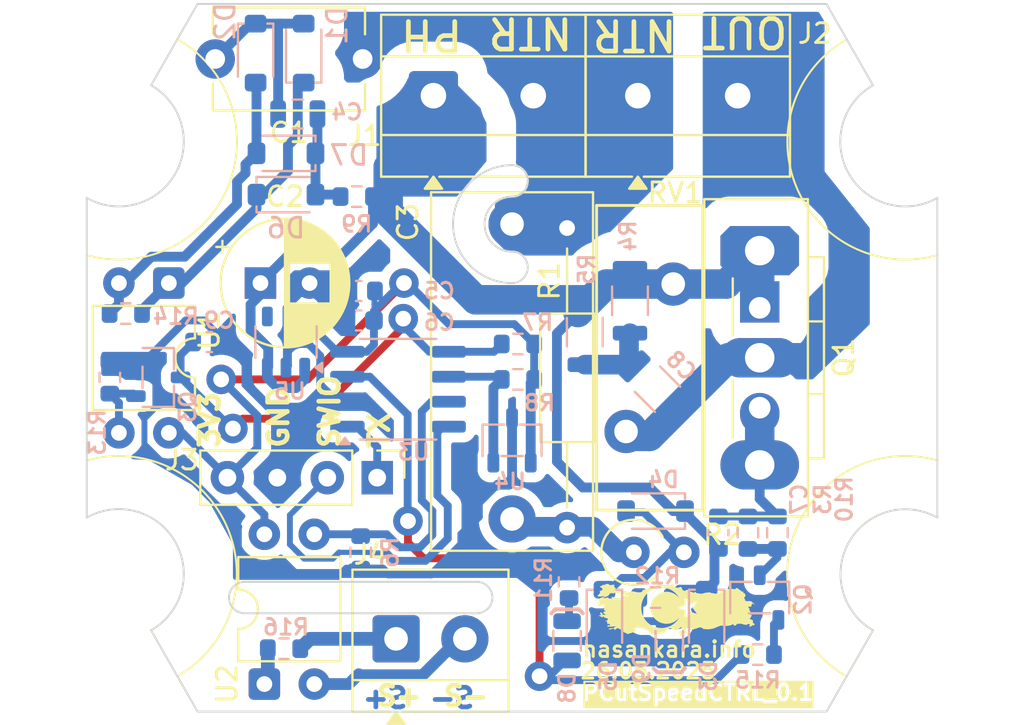
<source format=kicad_pcb>
(kicad_pcb (version 20241229) (generator "pcbnew") (generator_version "9.0")
  (title_block (title "PCutSpeedCTRL") (date "2025-04-01") (rev "V01") (company "hasankara.info"))
  (layers (0 "F.Cu" signal) (2 "B.Cu" signal) (13 "F.Paste" user) (15 "B.Paste" user) (5 "F.SilkS" user "F.Silkscreen") (7 "B.SilkS" user "B.Silkscreen") (1 "F.Mask" user) (3 "B.Mask" user) (25 "Edge.Cuts" user))
  (net 0 "")
  (net 1 "GND")
  (net 2 "Net-(D1-K)")
  (net 3 "Net-(Q1-G)")
  (net 4 "Net-(D2-A)")
  (net 5 "/TX")
  (net 6 "/SWIO")
  (net 7 "+3V3")
  (net 8 "/EXTI_ZC")
  (net 9 "/o_Triac1")
  (net 10 "/IC_ENCODER")
  (net 11 "/IC_PWM")
  (net 12 "/ntr")
  (net 13 "Net-(D6-A)")
  (net 14 "Net-(D1-A)")
  (net 15 "Net-(C3-Pad2)")
  (net 16 "Net-(C8-Pad2)")
  (net 17 "Net-(D4-A)")
  (net 18 "Net-(D8-K)")
  (net 19 "Net-(D9-A)")
  (net 20 "Net-(J4-Pin_1)")
  (net 21 "Net-(J4-Pin_2)")
  (net 22 "Net-(Q2-C)")
  (net 23 "Net-(Q2-B)")
  (net 24 "Net-(Q3-G)")
  (net 25 "Net-(R16-Pad2)")
  (net 27 "/ac1")
  (net 28 "/load")
  (footprint "Library:Flag_TR_FAB" (layer "F.Cu") (at 108.2 112.8)
    (property "Reference" "G***" (hide yes))
    (property "Value" "LOGO" (hide yes))
  )
  (footprint "Library:DIP-4_W7.62mm" (layer "F.Cu") (at 82.54 96.2 -90)
    (property "Reference" "U1")
    (property "Value" "PC817")
  )
  (footprint "Library:TO-220-3_Vertical_HV_TO247_Applied" (layer "F.Cu") (at 112.6 97.46 -90)
    (property "Reference" "Q1")
    (property "Value" "BTB16-800B")
  )
  (footprint "Library:RV_Disc_D15.5mm_W5.4mm_P7.5mm_Spec" (layer "F.Cu") (at 105.8 103.75 90)
    (property "Reference" "RV1")
    (property "Value" "7MM 431")
  )
  (footprint "Library:PinHeader_1x04_P2.54mm_Vertical" (layer "F.Cu") (at 93.14 106.1 -90)
    (property "Reference" "J3")
    (property "Value" "PG")
  )
  (footprint "Library:DIP-4_W7.62mm" (layer "F.Cu") (at 87.4 116.6 90)
    (property "Reference" "U2")
    (property "Value" "PC817")
  )
  (footprint "Library:TerminalBlock_4Ucon_1x02_P3.50mm_Horizontal" (layer "F.Cu") (at 94.1 114.3)
    (property "Reference" "J4")
    (property "Value" "In_PWM")
  )
  (footprint "Library:TerminalBlock_MetzConnect_Type101_RT01602HBWC_1x02_P5.08mm_Horizontal" (layer "F.Cu") (at 96 86.6675)
    (property "Reference" "J1")
    (property "Value" "5.08_220Vac")
  )
  (footprint "Library:R_Axial_DIN0207_L6.3mm_D2.5mm_P15.24mm_Horizontal" (layer "F.Cu") (at 102.8 93.4 -90)
    (property "Reference" "R1")
    (property "Value" "10M")
  )
  (footprint "Library:C_Rect_L18.0mm_W8.0mm_P15.00mm_FKS3_FKP3" (layer "F.Cu") (at 100 93.2 -90)
    (property "Reference" "C3")
    (property "Value" "1uF 400V")
  )
  (footprint "Library:CP_Radial_D6.3mm_H11.0mm_P2.50mm" (layer "F.Cu") (at 87.2 96.2)
    (property "Reference" "C2")
    (property "Value" "470uF 10V")
  )
  (footprint "Library:Flag_TR" (layer "F.Cu") (at 108.2 112.8)
    (property "Reference" "G***" (hide yes))
    (property "Value" "LOGO" (hide yes))
  )
  (footprint "Library:R_Axial_DIN0309_L9.0mm_D3.2mm_P2.54mm_Vertical" (layer "F.Cu") (at 106.2 109.9)
    (property "Reference" "R2")
    (property "Value" "47R")
  )
  (footprint "Library:TerminalBlock_MetzConnect_Type101_RT01602HBWC_1x02_P5.08mm_Horizontal" (layer "F.Cu") (at 106.4 86.6675)
    (property "Reference" "J2")
    (property "Value" "LOAD")
  )
  (footprint "Library:C_Disc_D7.5mm_W5.0mm_P7.50mm" (layer "F.Cu") (at 92.4 84.8 180)
    (property "Reference" "C1")
    (property "Value" "2.2nF 3kV")
  )
  (footprint "Library:D_SOD-123F-s" (layer "B.Cu") (at 88.5 89.6 180)
    (property "Reference" "D7")
    (property "Value" "1N4148")
  )
  (footprint "Library:C_0603_1608Metric" (layer "B.Cu") (at 92.2 98.1)
    (property "Reference" "C6")
    (property "Value" "22uF 6.3V")
  )
  (footprint "Library:C_0603_1608Metric_SlimPad" (layer "B.Cu") (at 84.6 99.2)
    (property "Reference" "C9")
    (property "Value" "100nF")
  )
  (footprint "Library:D_SOD-123F-s" (layer "B.Cu") (at 86.95301 84.5 -90)
    (property "Reference" "D2")
    (property "Value" "1N4148")
  )
  (footprint "Library:C_1206_3216Metric_SlimPad" (layer "B.Cu") (at 107.4 101.6 135)
    (property "Reference" "C8")
    (property "Value" "10nF 1kV")
  )
  (footprint "Library:R_0603_1608Metric" (layer "B.Cu") (at 80.35 97.75 180)
    (property "Reference" "R14")
    (property "Value" "22K")
  )
  (footprint "Library:D_SOD-123F-s" (layer "B.Cu") (at 89.4 84.5 90)
    (property "Reference" "D1")
    (property "Value" "1N4148")
  )
  (footprint "Library:C_0805_2012Metric_SmallPad" (layer "B.Cu") (at 89.1 87.6)
    (property "Reference" "C4")
    (property "Value" "100nF 50V")
  )
  (footprint "Library:R_0603_1608Metric" (layer "B.Cu") (at 100.3 99.3 180)
    (property "Reference" "R7")
    (property "Value" "4.7K")
  )
  (footprint "Library:D_SOD-123F-s" (layer "B.Cu") (at 107.3 107.8 180)
    (property "Reference" "D4")
    (property "Value" "1N4148")
  )
  (footprint "Library:R_0603_1608Metric" (layer "B.Cu") (at 102.9 111.4 -90)
    (property "Reference" "R11")
    (property "Value" "4.7K")
  )
  (footprint "Library:R_0603_1608Metric" (layer "B.Cu") (at 79.5375 101 90)
    (property "Reference" "R13")
    (property "Value" "100K")
  )
  (footprint "Library:D_SOD-123F-s" (layer "B.Cu") (at 104.7 113.3 -90)
    (property "Reference" "D5")
    (property "Value" "1N4148")
  )
  (footprint "Library:D_SOD-123F-s" (layer "B.Cu") (at 109.9 113.3 -90)
    (property "Reference" "D3")
    (property "Value" "6.1V")
  )
  (footprint "Library:R_0603_1608Metric" (layer "B.Cu") (at 107.3 112.2)
    (property "Reference" "R12")
    (property "Value" "4.7K")
  )
  (footprint "Library:R_0603_1608Metric" (layer "B.Cu") (at 92.3 109.9 -90)
    (property "Reference" "R6")
    (property "Value" "2.2K")
  )
  (footprint "Library:LED_0805_2012Metric-s" (layer "B.Cu") (at 108 114.4 90)
    (property "Reference" "D9")
    (property "Value" "White")
  )
  (footprint "Library:R_0603_1608Metric" (layer "B.Cu") (at 88.4 114.8 180)
    (property "Reference" "R16")
    (property "Value" "1K")
  )
  (footprint "Library:R_0603_1608Metric" (layer "B.Cu") (at 112.5 115.1)
    (property "Reference" "R15")
    (property "Value" "1K")
  )
  (footprint "Library:R_1206_3216Metric_SlimPad" (layer "B.Cu") (at 103.7 98.7 90)
    (property "Reference" "R5")
    (property "Value" "330R")
  )
  (footprint "Library:R_1206_3216Metric_SlimPad" (layer "B.Cu") (at 106 97.1 90)
    (property "Reference" "R4")
    (property "Value" "330R")
  )
  (footprint "Library:R_0603_1608Metric" (layer "B.Cu") (at 112 108.9 90)
    (property "Reference" "R3")
    (property "Value" "100R")
  )
  (footprint "Library:TSOT-23-5_SlimPad" (layer "B.Cu") (at 88.5 99.2 90)
    (property "Reference" "U5")
    (property "Value" "LR9102")
  )
  (footprint "Library:SOT-23-3-s" (layer "B.Cu") (at 112.6 112.2 90)
    (property "Reference" "Q2")
    (property "Value" "MMBTA42")
  )
  (footprint "Library:SO-8_3.9x4.9mm_P1.27mm" (layer "B.Cu") (at 94.2 101.6)
    (property "Reference" "U3")
    (property "Value" "CH32V003J4M6")
  )
  (footprint "Library:SOT-23-3-s" (layer "B.Cu") (at 100 104.2 90)
    (property "Reference" "U4")
    (property "Value" "DRV5023FA SMD")
  )
  (footprint "Library:R_0603_1608Metric" (layer "B.Cu") (at 113.5 108.9 90)
    (property "Reference" "R10")
    (property "Value" "100R")
  )
  (footprint "Library:D_SOD-123F-s" (layer "B.Cu") (at 88.5 91.7)
    (property "Reference" "D6")
    (property "Value" "1N4148")
  )
  (footprint "Library:C_0603_1608Metric_SlimPad" (layer "B.Cu") (at 92.2 96.6)
    (property "Reference" "C5")
    (property "Value" "100nF")
  )
  (footprint "Library:R_0603_1608Metric" (layer "B.Cu") (at 100.3 101.1)
    (property "Reference" "R8")
    (property "Value" "4.7K")
  )
  (footprint "Library:R_0603_1608Metric" (layer "B.Cu") (at 92.1 91.8 180)
    (property "Reference" "R9")
    (property "Value" "100R")
  )
  (footprint "Library:LED_0805_2012Metric-s" (layer "B.Cu") (at 102.8 114.4 -90)
    (property "Reference" "D8")
    (property "Value" "Red")
  )
  (footprint "Library:C_0603_1608Metric_SlimPad" (layer "B.Cu") (at 110.5 108.9 -90)
    (property "Reference" "C7")
    (property "Value" "10nF")
  )
  (footprint "Library:SOT-23-3-s" (layer "B.Cu") (at 82 101)
    (property "Reference" "Q3")
    (property "Value" "PJA3440")
  )
  (gr_arc (start 121.561679 94.79641) (mid 114.45981 91.291512) (end 117.028337 83.799948) (stroke (width 0.1)) (layer "F.SilkS"))
  (gr_arc (start 82.978822 83.787827) (mid 85.542819 91.305924) (end 78.402939 94.787013) (stroke (width 0.1)) (layer "F.SilkS"))
  (gr_arc (start 117.021129 116.212159) (mid 114.464813 108.675697) (end 121.635358 105.223701) (stroke (width 0.1)) (layer "F.SilkS"))
  (gr_arc (start 78.422044 105.208946) (mid 85.539781 108.699022) (end 82.975159 116.200056) (stroke (width 0.1)) (layer "F.SilkS"))
  (gr_arc (start 81.637259 86.1348) (mid 82.865201 90.637256) (end 78.362746 91.865203) (stroke (width 0.1)) (layer "Edge.Cuts"))
  (gr_arc (start 100 96.2) (mid 97 93.2) (end 100 90.2) (stroke (width 0.1)) (layer "Edge.Cuts"))
  (gr_line (start 86.4 113) (end 98.2 113) (stroke (width 0.1)) (layer "Edge.Cuts"))
  (gr_arc (start 86.4 113) (mid 85.6 112.2) (end 86.4 111.4) (stroke (width 0.1)) (layer "Edge.Cuts"))
  (gr_line (start 78.362746 91.865203) (end 78.362631 108.13486) (stroke (width 0.1)) (layer "Edge.Cuts"))
  (gr_arc (start 100 90.2) (mid 100.8 91) (end 100 91.8) (stroke (width 0.1)) (layer "Edge.Cuts"))
  (gr_arc (start 118.362492 113.864778) (mid 117.13501 109.362863) (end 121.636765 108.134798) (stroke (width 0.1)) (layer "Edge.Cuts"))
  (gr_arc (start 100 94.6) (mid 100.8 95.4) (end 100 96.2) (stroke (width 0.1)) (layer "Edge.Cuts"))
  (gr_line (start 84 82) (end 116 82) (stroke (width 0.1)) (layer "Edge.Cuts"))
  (gr_arc (start 100 94.6) (mid 98.6 93.2) (end 100 91.8) (stroke (width 0.1)) (layer "Edge.Cuts"))
  (gr_line (start 86.4 111.4) (end 98.2 111.4) (stroke (width 0.1)) (layer "Edge.Cuts"))
  (gr_arc (start 78.362631 108.134861) (mid 82.865161 109.362691) (end 81.637259 113.865202) (stroke (width 0.1)) (layer "Edge.Cuts"))
  (gr_line (start 118.362247 86.134798) (end 116 82) (stroke (width 0.1)) (layer "Edge.Cuts"))
  (gr_line (start 81.637259 113.865202) (end 83.999506 118) (stroke (width 0.1)) (layer "Edge.Cuts"))
  (gr_line (start 83.999506 118) (end 115.999506 118) (stroke (width 0.1)) (layer "Edge.Cuts"))
  (gr_arc (start 98.2 111.4) (mid 99 112.2) (end 98.2 113) (stroke (width 0.1)) (layer "Edge.Cuts"))
  (gr_arc (start 121.636875 91.865139) (mid 117.134345 90.637309) (end 118.362247 86.134798) (stroke (width 0.1)) (layer "Edge.Cuts"))
  (gr_line (start 118.362492 113.864777) (end 115.999506 118) (stroke (width 0.1)) (layer "Edge.Cuts"))
  (gr_line (start 81.637259 86.1348) (end 84 82) (stroke (width 0.1)) (layer "Edge.Cuts"))
  (gr_line (start 121.636875 91.865139) (end 121.636765 108.134798) (stroke (width 0.1)) (layer "Edge.Cuts"))
  (gr_text "S+" (at 94.8 117.9 0) (layer "B.Cu") (effects (font (size 1 1) (thickness 0.24) (bold yes)) (justify left bottom mirror)))
  (gr_text "S-" (at 98.2 117.9 0) (layer "B.Cu") (effects (font (size 1 1) (thickness 0.24) (bold yes)) (justify left bottom mirror)))
  (gr_text "S-" (at 96.4 117.8 0) (layer "F.SilkS") (effects (font (size 1 1) (thickness 0.24) (bold yes)) (justify left bottom)))
  (gr_text "OUT" (at 114.14 82.5475 180) (layer "F.SilkS") (effects (font (size 1.5 1.5) (thickness 0.24) (bold yes)) (justify left bottom)))
  (gr_text "TX" (at 93.83 104.72 90) (layer "F.SilkS") (effects (font (size 1 1) (thickness 0.24) (bold yes)) (justify left bottom)))
  (gr_text "S+" (at 93 117.8 0) (layer "F.SilkS") (effects (font (size 1 1) (thickness 0.24) (bold yes)) (justify left bottom)))
  (gr_text "GND" (at 88.7 104.7 90) (layer "F.SilkS") (effects (font (size 1 1) (thickness 0.24) (bold yes)) (justify left bottom)))
  (gr_text "26.05.2025" (at 103.4 116.4 0) (layer "F.SilkS") (effects (font (size 0.8 0.8) (thickness 0.15) (bold yes)) (justify left bottom)))
  (gr_text "SWIO" (at 91.3 104.7 90) (layer "F.SilkS") (effects (font (size 1 1) (thickness 0.24) (bold yes)) (justify left bottom)))
  (gr_text "NTR" (at 108.5 82.7 180) (layer "F.SilkS") (effects (font (size 1.5 1.5) (thickness 0.24) (bold yes)) (justify left bottom)))
  (gr_text "3V3" (at 85.2 104.7 90) (layer "F.SilkS") (effects (font (size 1 1) (thickness 0.24) (bold yes)) (justify left bottom)))
  (gr_text "PH" (at 97.6 82.7 180) (layer "F.SilkS") (effects (font (size 1.5 1.5) (thickness 0.24) (bold yes)) (justify left bottom)))
  (gr_text "hasankara.info" (at 103.5 115.3 0) (layer "F.SilkS") (effects (font (size 0.8 0.8) (thickness 0.15) (bold yes)) (justify left bottom)))
  (gr_text "PCutSpeedCTRL_0.1" (at 103.5 117.5 0) (layer "F.SilkS" knockout) (effects (font (size 0.8 0.8) (thickness 0.15) (bold yes)) (justify left bottom)))
  (gr_text "NTR" (at 103.2 82.6 180) (layer "F.SilkS") (effects (font (size 1.5 1.5) (thickness 0.24) (bold yes)) (justify left bottom)))
  (segment (start 101.680228 110.4) (end 101.609 110.471228) (width 0.4) (layer "B.Cu") (net 1))
  (segment (start 92.2 110.625) (end 91.8 110.625) (width 0.3) (layer "B.Cu") (net 1))
  (segment (start 99.158168 106.54) (end 98.31 107.388168) (width 0.4) (layer "B.Cu") (net 1))
  (segment (start 97.422 108.980586) (end 97.422 109.486069) (width 0.4) (layer "B.Cu") (net 1))
  (segment (start 89.1 105.06) (end 89.1 104) (width 0.5) (layer "B.Cu") (net 1))
  (segment (start 88.6 100.4) (end 88.5 100.5) (width 0.4) (layer "B.Cu") (net 1))
  (segment (start 95.885239 111.02) (end 97.00124 109.904) (width 0.4) (layer "B.Cu") (net 1))
  (segment (start 109.9 113.831122) (end 109.9 114.8) (width 0.5) (layer "B.Cu") (net 1))
  (segment (start 97.422 109.486069) (end 96.751327 110.156741) (width 0.4) (layer "B.Cu") (net 1))
  (segment (start 108.225 115) (end 109.7 115) (width 0.4) (layer "B.Cu") (net 1))
  (segment (start 98.604 109.904) (end 99.1 110.4) (width 0.4) (layer "B.Cu") (net 1))
  (segment (start 81.45 100.05) (end 80.8625 100.05) (width 0.4) (layer "B.Cu") (net 1))
  (segment (start 90.241001 101.366669) (end 90.241001 99.898357) (width 0.4) (layer "B.Cu") (net 1))
  (segment (start 91.525 110.9) (end 86.88248 110.9) (width 0.3) (layer "B.Cu") (net 1))
  (segment (start 91.625 102.235) (end 91.109332 102.235) (width 0.4) (layer "B.Cu") (net 1))
  (segment (start 99.841 106.459) (end 99.278854 106.459) (width 0.5) (layer "B.Cu") (net 1))
  (segment (start 91.425 96.725) (end 90.8 96.1) (width 0.5) (layer "B.Cu") (net 1))
  (segment (start 81.8535 102.5465) (end 81.8535 101.041) (width 0.3) (layer "B.Cu") (net 1))
  (segment (start 89.875 96.1) (end 89.818812 96.1) (width 0.4) (layer "B.Cu") (net 1))
  (segment (start 109.9 114.117236) (end 109.9 114.8) (width 0.4) (layer "B.Cu") (net 1))
  (segment (start 81.299 104.39204) (end 81.299 103.101) (width 0.3) (layer "B.Cu") (net 1))
  (segment (start 92.3 110.725) (end 93.41976 110.725) (width 0.4) (layer "B.Cu") (net 1))
  (segment (start 99.278854 106.459) (end 99.252186 106.485668) (width 0.5) (layer "B.Cu") (net 1))
  (segment (start 99.306518 106.54) (end 99.158168 106.54) (width 0.4) (layer "B.Cu") (net 1))
  (segment (start 108.817236 115.2) (end 109.9 114.117236) (width 0.4) (layer "B.Cu") (net 1))
  (segment (start 98.31 107.388168) (end 98.31 108.092586) (width 0.4) (layer "B.Cu") (net 1))
  (segment (start 89.818812 96.1) (end 88.6 97.318812) (width 0.4) (layer "B.Cu") (net 1))
  (segment (start 91.625 102.235) (end 90.865 102.235) (width 0.4) (layer "B.Cu") (net 1))
  (segment (start 86.1 110.11752) (end 86.1 108.6) (width 0.3) (layer "B.Cu") (net 1))
  (segment (start 91.425 98.1) (end 91.425 96.725) (width 0.5) (layer "B.Cu") (net 1))
  (segment (start 86.44 101.364193) (end 86.44 100.24) (width 0.4) (layer "B.Cu") (net 1))
  (segment (start 86.88248 110.9) (end 86.1 110.11752) (width 0.3) (layer "B.Cu") (net 1))
  (segment (start 90.241001 99.898357) (end 89.242644 98.9) (width 0.4) (layer "B.Cu") (net 1))
  (segment (start 90.7 96.2) (end 89.7 96.2) (width 0.5) (layer "B.Cu") (net 1))
  (segment (start 101.709 114.409) (end 104.309 114.409) (width 0.4) (layer "B.Cu") (net 1))
  (segment (start 79.5375 100.175) (end 80.9375 100.175) (width 0.4) (layer "B.Cu") (net 1))
  (segment (start 99.1 110.4) (end 101.680228 110.4) (width 0.4) (layer "B.Cu") (net 1))
  (segment (start 88.06 106.1) (end 89.1 105.06) (width 0.5) (layer "B.Cu") (net 1))
  (segment (start 111.65 113.3375) (end 110.393622 113.3375) (width 0.5) (layer "B.Cu") (net 1))
  (segment (start 90.865 102.235) (end 89.1 104) (width 0.4) (layer "B.Cu") (net 1))
  (segment (start 104.309 114.409) (end 104.7 114.8) (width 0.4) (layer "B.Cu") (net 1))
  (segment (start 93.714759 111.019999) (end 95.885239 111.02) (width 0.4) (layer "B.Cu") (net 1))
  (segment (start 89.1 104) (end 89.075807 104) (width 0.4) (layer "B.Cu") (net 1))
  (segment (start 101.609 114.309) (end 101.709 114.409) (width 0.4) (layer "B.Cu") (net 1))
  (segment (start 100 106.3) (end 99.841 106.459) (width 0.5) (layer "B.Cu") (net 1))
  (segment (start 91.8 110.625) (end 91.525 110.9) (width 0.3) (layer "B.Cu") (net 1))
  (segment (start 104.7 114.8) (end 105.1 115.2) (width 0.4) (layer "B.Cu") (net 1))
  (segment (start 109.7 115) (end 109.9 114.8) (width 0.4) (layer "B.Cu") (net 1))
  (segment (start 91.109332 102.235) (end 90.241001 101.366669) (width 0.4) (layer "B.Cu") (net 1))
  (segment (start 90.8 96.1) (end 90.7 96.2) (width 0.5) (layer "B.Cu") (net 1))
  (segment (start 82.20696 105.3) (end 81.299 104.39204) (width 0.3) (layer "B.Cu") (net 1))
  (segment (start 88.6 97.318812) (end 88.6 100.4) (width 0.4) (layer "B.Cu") (net 1))
  (segment (start 97.00124 109.904) (end 98.604 109.904) (width 0.4) (layer "B.Cu") (net 1))
  (segment (start 84.3 98.1) (end 83.4 98.1) (width 0.4) (layer "B.Cu") (net 1))
  (segment (start 81.8535 101.041) (end 80.8625 100.05) (width 0.3) (layer "B.Cu") (net 1))
  (segment (start 83.4 98.1) (end 81.45 100.05) (width 0.4) (layer "B.Cu") (net 1))
  (segment (start 98.31 108.092586) (end 97.422 108.980586) (width 0.4) (layer "B.Cu") (net 1))
  (segment (start 86.1 108.6) (end 82.8 105.3) (width 0.35) (layer "B.Cu") (net 1))
  (segment (start 88.5 100.400001) (end 88.5 100.5) (width 0.4) (layer "B.Cu") (net 1))
  (segment (start 100 103.0625) (end 100 106.3) (width 0.5) (layer "B.Cu") (net 1))
  (segment (start 89.075807 104) (end 86.44 101.364193) (width 0.4) (layer "B.Cu") (net 1))
  (segment (start 82.8 105.3) (end 82.20696 105.3) (width 0.3) (layer "B.Cu") (net 1))
  (segment (start 93.41976 110.725) (end 93.714759 111.019999) (width 0.4) (layer "B.Cu") (net 1))
  (segment (start 105.1 115.2) (end 108.817236 115.2) (width 0.4) (layer "B.Cu") (net 1))
  (segment (start 86.44 100.24) (end 84.3 98.1) (width 0.4) (layer "B.Cu") (net 1))
  (segment (start 81.299 103.101) (end 81.8535 102.5465) (width 0.3) (layer "B.Cu") (net 1))
  (segment (start 89.242644 98.9) (end 88.6 98.9) (width 0.4) (layer "B.Cu") (net 1))
  (segment (start 110.393622 113.3375) (end 109.9 113.831122) (width 0.5) (layer "B.Cu") (net 1))
  (segment (start 101.609 110.471228) (end 101.609 114.309) (width 0.4) (layer "B.Cu") (net 1))
  (segment (start 81.175 97.75) (end 81.175 97.565) (width 0.5) (layer "B.Cu") (net 2))
  (segment (start 82.54 96.2) (end 83.2 96.2) (width 0.5) (layer "B.Cu") (net 2))
  (segment (start 89.4 86) (end 89.1 86.3) (width 0.5) (layer "B.Cu") (net 2))
  (segment (start 89.1 88.7) (end 88.6 89.2) (width 0.5) (layer "B.Cu") (net 2))
  (segment (start 89.1 86.3) (end 89.1 88.7) (width 0.5) (layer "B.Cu") (net 2))
  (segment (start 88.6 89.2) (end 88.6 90.5) (width 0.5) (layer "B.Cu") (net 2))
  (segment (start 81.175 97.565) (end 82.54 96.2) (width 0.5) (layer "B.Cu") (net 2))
  (segment (start 87.4 91.7) (end 87 91.7) (width 0.5) (layer "B.Cu") (net 2))
  (segment (start 87 92.4) (end 87 91.7) (width 0.5) (layer "B.Cu") (net 2))
  (segment (start 83.2 96.2) (end 87 92.4) (width 0.5) (layer "B.Cu") (net 2))
  (segment (start 88.6 90.5) (end 87.4 91.7) (width 0.5) (layer "B.Cu") (net 2))
  (segment (start 112.6 102.54) (end 112.6 105.45) (width 1.5) (layer "B.Cu") (net 3))
  (segment (start 113.5 108.075) (end 112 108.075) (width 0.5) (layer "B.Cu") (net 3))
  (segment (start 112.6 105.45) (end 112.6 107.175) (width 0.5) (layer "B.Cu") (net 3))
  (segment (start 112 108.075) (end 111.999999 108.074999) (width 0.5) (layer "B.Cu") (net 3))
  (segment (start 112.6 107.175) (end 113.5 108.075) (width 0.5) (layer "B.Cu") (net 3))
  (segment (start 112.6 105.45) (end 113.275 106.125) (width 0.4) (layer "B.Cu") (net 3))
  (segment (start 110.5 108.075) (end 111.999999 108.074999) (width 0.4) (layer "B.Cu") (net 3))
  (segment (start 87 89.6) (end 86.440062 90.159938) (width 0.5) (layer "B.Cu") (net 4))
  (segment (start 80 97.275) (end 80 96.2) (width 0.5) (layer "B.Cu") (net 4))
  (segment (start 86.009 91.040062) (end 86.009 92.191) (width 0.5) (layer "B.Cu") (net 4))
  (segment (start 79.525 97.75) (end 80 97.275) (width 0.5) (layer "B.Cu") (net 4))
  (segment (start 87 86.385299) (end 87 89.6) (width 0.5) (layer "B.Cu") (net 4))
  (segment (start 86.009 92.191) (end 83.341 94.859) (width 0.5) (layer "B.Cu") (net 4))
  (segment (start 86.95301 86.338309) (end 87 86.385299) (width 0.5) (layer "B.Cu") (net 4))
  (segment (start 86.440062 90.609) (end 86.009 91.040062) (width 0.5) (layer "B.Cu") (net 4))
  (segment (start 86.440062 90.159938) (end 86.440062 90.609) (width 0.5) (layer "B.Cu") (net 4))
  (segment (start 80.31443 96.2) (end 80 96.2) (width 0.5) (layer "B.Cu") (net 4))
  (segment (start 83.341 94.859) (end 81.65543 94.859) (width 0.5) (layer "B.Cu") (net 4))
  (segment (start 81.65543 94.859) (end 80.31443 96.2) (width 0.5) (layer "B.Cu") (net 4))
  (segment (start 86.95301 86) (end 86.95301 86.338309) (width 0.5) (layer "B.Cu") (net 4))
  (segment (start 93.14 106.1) (end 93.14 104.54) (width 0.4) (layer "B.Cu") (net 5))
  (segment (start 92.105 103.505) (end 91.625 103.505) (width 0.4) (layer "B.Cu") (net 5))
  (segment (start 93.14 104.54) (end 92.105 103.505) (width 0.4) (layer "B.Cu") (net 5))
  (segment (start 89.42596 110.221) (end 90.879 110.221) (width 0.3) (layer "B.Cu") (net 6))
  (segment (start 91.200001 109.899999) (end 92.438187 109.899999) (width 0.26) (layer "B.Cu") (net 6))
  (segment (start 92.933768 110) (end 93.1 110) (width 0.26) (layer "B.Cu") (net 6))
  (segment (start 96.2 103.79) (end 96.485 103.505) (width 0.4) (layer "B.Cu") (net 6))
  (segment (start 92.837768 109.904) (end 92.933768 110) (width 0.26) (layer "B.Cu") (net 6))
  (segment (start 96.2 107) (end 96.2 103.79) (width 0.4) (layer "B.Cu") (net 6))
  (segment (start 92.438187 109.899999) (end 92.442188 109.904) (width 0.26) (layer "B.Cu") (net 6))
  (segment (start 90.879 110.221) (end 91.200001 109.899999) (width 0.3) (layer "B.Cu") (net 6))
  (segment (start 96.485 103.505) (end 96.775 103.505) (width 0.4) (layer "B.Cu") (net 6))
  (segment (start 93.670568 110) (end 94.000567 110.33) (width 0.4) (layer "B.Cu") (net 6))
  (segment (start 88.699 108.001) (end 88.699 109.49404) (width 0.3) (layer "B.Cu") (net 6))
  (segment (start 96.73 107.53) (end 96.2 107) (width 0.4) (layer "B.Cu") (net 6))
  (segment (start 95.599432 110.33) (end 96.73 109.199433) (width 0.4) (layer "B.Cu") (net 6))
  (segment (start 90.6 106.1) (end 88.699 108.001) (width 0.3) (layer "B.Cu") (net 6))
  (segment (start 88.699 109.49404) (end 89.42596 110.221) (width 0.3) (layer "B.Cu") (net 6))
  (segment (start 94.000567 110.33) (end 95.599432 110.33) (width 0.4) (layer "B.Cu") (net 6))
  (segment (start 96.73 109.199433) (end 96.73 107.53) (width 0.4) (layer "B.Cu") (net 6))
  (segment (start 92.442188 109.904) (end 92.837768 109.904) (width 0.26) (layer "B.Cu") (net 6))
  (segment (start 93.1 110) (end 93.670568 110) (width 0.4) (layer "B.Cu") (net 6))
  (segment (start 89.6 101.1) (end 85.2 101.1) (width 0.4) (layer "F.Cu") (net 7))
  (segment (start 94.5 96.2) (end 89.6 101.1) (width 0.4) (layer "F.Cu") (net 7))
  (via (at 94.5 96.2) (size 1.5) (drill 0.8) (layers "F.Cu" "B.Cu") (net 7))
  (via (at 85.2 101.1) (size 1.5) (drill 0.8) (layers "F.Cu" "B.Cu") (net 7))
  (segment (start 91.345668 99.7) (end 91.62 99.7) (width 0.4) (layer "B.Cu") (net 7))
  (segment (start 96.781003 98.291) (end 94.690003 96.2) (width 0.4) (layer "B.Cu") (net 7))
  (segment (start 92.975 97.625) (end 94.4 96.2) (width 0.4) (layer "B.Cu") (net 7))
  (segment (start 87.04 104.58) (end 87.04 102.94) (width 0.4) (layer "B.Cu") (net 7))
  (segment (start 93 98.075) (end 92.975 98.1) (width 0.3) (layer "B.Cu") (net 7))
  (segment (start 87.04 102.94) (end 85.2 101.1) (width 0.4) (layer "B.Cu") (net 7))
  (segment (start 82.54 103.82) (end 82.54 103.484192) (width 0.4) (layer "B.Cu") (net 7))
  (segment (start 100.95 105.3375) (end 100.95 101.275) (width 0.5) (layer "B.Cu") (net 7))
  (segment (start 83.24 103.82) (end 87.4 107.98) (width 0.4) (layer "B.Cu") (net 7))
  (segment (start 100.95 101.275) (end 101.125 101.1) (width 0.5) (layer "B.Cu") (net 7))
  (segment (start 101.125 99.3) (end 100.116 98.291) (width 0.4) (layer "B.Cu") (net 7))
  (segment (start 101 99.4) (end 101.125 99.525) (width 0.4) (layer "B.Cu") (net 7))
  (segment (start 91.095 99.695) (end 91.625 99.695) (width 0.4) (layer "B.Cu") (net 7))
  (segment (start 94.4 96.2) (end 94.5 96.2) (width 0.4) (layer "B.Cu") (net 7))
  (segment (start 92.605 99.695) (end 91.625 99.695) (width 0.4) (layer "B.Cu") (net 7))
  (segment (start 91.62 99.7) (end 91.625 99.695) (width 0.4) (layer "B.Cu") (net 7))
  (segment (start 92.975 99.325) (end 92.605 99.695) (width 0.4) (layer "B.Cu") (net 7))
  (segment (start 94.690003 96.2) (end 94.5 96.2) (width 0.4) (layer "B.Cu") (net 7))
  (segment (start 101.125 99.525) (end 101.125 101.1) (width 0.4) (layer "B.Cu") (net 7))
  (segment (start 92.975 98.1) (end 92.975 99.325) (width 0.4) (layer "B.Cu") (net 7))
  (segment (start 92.975 98.1) (end 92.975 97.625) (width 0.4) (layer "B.Cu") (net 7))
  (segment (start 89.45 98.05) (end 91.095 99.695) (width 0.4) (layer "B.Cu") (net 7))
  (segment (start 85.52 106.1) (end 87.04 104.58) (width 0.4) (layer "B.Cu") (net 7))
  (segment (start 100.116 98.291) (end 96.781003 98.291) (width 0.4) (layer "B.Cu") (net 7))
  (segment (start 87.4 107.98) (end 87.4 108.98) (width 0.4) (layer "B.Cu") (net 7))
  (segment (start 82.54 103.82) (end 83.24 103.82) (width 0.4) (layer "B.Cu") (net 7))
  (segment (start 93 96.6) (end 93 98.075) (width 0.3) (layer "B.Cu") (net 7))
  (segment (start 89.45 97.9) (end 89.45 98.05) (width 0.4) (layer "B.Cu") (net 7))
  (segment (start 86.3 103.1) (end 85.8 103.6) (width 0.4) (layer "F.Cu") (net 8))
  (segment (start 94.465 98.010151) (end 94.465 98.435) (width 0.4) (layer "F.Cu") (net 8))
  (segment (start 89.8 103.1) (end 86.3 103.1) (width 0.4) (layer "F.Cu") (net 8))
  (segment (start 94.465 98.435) (end 89.8 103.1) (width 0.4) (layer "F.Cu") (net 8))
  (via (at 94.465 98.010151) (size 1.5) (drill 0.8) (layers "F.Cu" "B.Cu") (net 8))
  (via (at 85.8 103.6) (size 1.5) (drill 0.8) (layers "F.Cu" "B.Cu") (net 8))
  (segment (start 96.775 99.695) (end 95.795 99.695) (width 0.4) (layer "B.Cu") (net 8))
  (segment (start 95.795 99.695) (end 94.465 98.365) (width 0.4) (layer "B.Cu") (net 8))
  (segment (start 94.465 98.365) (end 94.465 98.010151) (width 0.4) (layer "B.Cu") (net 8))
  (segment (start 83.1375 101) (end 83.1375 99.8625) (width 0.4) (layer "B.Cu") (net 8))
  (segment (start 99.08 99.695) (end 99.475 99.3) (width 0.4) (layer "B.Cu") (net 8))
  (segment (start 96.775 99.695) (end 99.08 99.695) (width 0.4) (layer "B.Cu") (net 8))
  (segment (start 83.1375 99.8625) (end 83.8 99.2) (width 0.4) (layer "B.Cu") (net 8))
  (segment (start 85.7375 103.6) (end 85.8 103.6) (width 0.4) (layer "B.Cu") (net 8))
  (segment (start 83.1375 101) (end 85.7375 103.6) (width 0.4) (layer "B.Cu") (net 8))
  (segment (start 101.4 111) (end 101.4 116.2) (width 0.4) (layer "F.Cu") (net 9))
  (segment (start 94.705454 109.405454) (end 95.5 110.2) (width 0.4) (layer "F.Cu") (net 9))
  (segment (start 94.705454 108.305453) (end 94.705454 109.405454) (width 0.4) (layer "F.Cu") (net 9))
  (segment (start 100.6 110.2) (end 101.4 111) (width 0.4) (layer "F.Cu") (net 9))
  (segment (start 95.5 110.2) (end 100.6 110.2) (width 0.4) (layer "F.Cu") (net 9))
  (via (at 94.705454 108.305453) (size 1.5) (drill 0.8) (layers "F.Cu" "B.Cu") (net 9))
  (via (at 101.4 116.2) (size 1.5) (drill 0.8) (layers "F.Cu" "B.Cu") (net 9))
  (segment (start 94.689 102.889) (end 94.689 108.289) (width 0.4) (layer "B.Cu") (net 9))
  (segment (start 101.6 116.4) (end 101.4 116.2) (width 0.4) (layer "B.Cu") (net 9))
  (segment (start 91.625 100.965) (end 92.765 100.965) (width 0.4) (layer "B.Cu") (net 9))
  (segment (start 94.689 108.289) (end 94.705454 108.305453) (width 0.4) (layer "B.Cu") (net 9))
  (segment (start 101.9 116.2) (end 101.4 116.2) (width 0.4) (layer "B.Cu") (net 9))
  (segment (start 110.375 116.4) (end 101.6 116.4) (width 0.4) (layer "B.Cu") (net 9))
  (segment (start 102.7 115.4) (end 101.9 116.2) (width 0.4) (layer "B.Cu") (net 9))
  (segment (start 111.675 115.1) (end 110.375 116.4) (width 0.4) (layer "B.Cu") (net 9))
  (segment (start 102.8 115.4) (end 102.7 115.4) (width 0.4) (layer "B.Cu") (net 9))
  (segment (start 92.765 100.965) (end 94.689 102.889) (width 0.4) (layer "B.Cu") (net 9))
  (segment (start 99.05 105.3375) (end 99.05 101.525) (width 0.5) (layer "B.Cu") (net 10))
  (segment (start 96.775 100.965) (end 99.34 100.965) (width 0.4) (layer "B.Cu") (net 10))
  (segment (start 99.34 100.965) (end 99.475 101.1) (width 0.4) (layer "B.Cu") (net 10))
  (segment (start 99.05 101.525) (end 99.475 101.1) (width 0.5) (layer "B.Cu") (net 10))
  (segment (start 95.409 102.726001) (end 95.409 107.255374) (width 0.4) (layer "B.Cu") (net 11))
  (segment (start 95.313625 109.64) (end 94.286375 109.64) (width 0.4) (layer "B.Cu") (net 11))
  (segment (start 95.409 107.255374) (end 95.945454 107.791828) (width 0.4) (layer "B.Cu") (net 11))
  (segment (start 95.945454 107.791828) (end 95.945454 109.008171) (width 0.4) (layer "B.Cu") (net 11))
  (segment (start 96.775 102.235) (end 95.900001 102.235) (width 0.4) (layer "B.Cu") (net 11))
  (segment (start 95.945454 109.008171) (end 95.313625 109.64) (width 0.4) (layer "B.Cu") (net 11))
  (segment (start 94.286375 109.64) (end 93.626375 108.98) (width 0.4) (layer "B.Cu") (net 11))
  (segment (start 95.900001 102.235) (end 95.409 102.726001) (width 0.4) (layer "B.Cu") (net 11))
  (segment (start 93.626375 108.98) (end 89.94 108.98) (width 0.4) (layer "B.Cu") (net 11))
  (segment (start 91.175 91.825) (end 91.25 91.825) (width 0.5) (layer "B.Cu") (net 13))
  (segment (start 90.1 89.5) (end 90.1 87.3) (width 0.5) (layer "B.Cu") (net 13))
  (segment (start 90.1 87.3) (end 90.060538 87.260538) (width 0.5) (layer "B.Cu") (net 13))
  (segment (start 90 89.6) (end 90 91.7) (width 0.5) (layer "B.Cu") (net 13))
  (segment (start 90 89.6) (end 90.1 89.5) (width 0.5) (layer "B.Cu") (net 13))
  (segment (start 91.25 91.825) (end 91.275 91.8) (width 0.5) (layer "B.Cu") (net 13))
  (segment (start 91.05 91.7) (end 91.175 91.825) (width 0.5) (layer "B.Cu") (net 13))
  (segment (start 90 91.7) (end 91.05 91.7) (width 0.5) (layer "B.Cu") (net 13))
  (segment (start 88.1 87.6) (end 88.1 83.1) (width 0.5) (layer "B.Cu") (net 14))
  (segment (start 84.9 84.8) (end 86.7 83) (width 0.5) (layer "B.Cu") (net 14))
  (segment (start 86.7 83) (end 89.4 83) (width 0.5) (layer "B.Cu") (net 14))
  (segment (start 88.1 83.1) (end 88.2 83) (width 0.5) (layer "B.Cu") (net 14))
  (segment (start 100.2 108.6) (end 104.129218 108.6) (width 1) (layer "B.Cu") (net 15))
  (segment (start 105.429218 109.9) (end 106.2 109.9) (width 1) (layer "B.Cu") (net 15))
  (segment (start 104.129218 108.6) (end 105.429218 109.9) (width 1) (layer "B.Cu") (net 15))
  (segment (start 103.7 100.35) (end 105.8 100.35) (width 1) (layer "B.Cu") (net 16))
  (segment (start 105.95 100.5) (end 105.95 98.8) (width 1) (layer "B.Cu") (net 16))
  (segment (start 105.95 98.8) (end 106 98.75) (width 1) (layer "B.Cu") (net 16))
  (segment (start 105.8 100.35) (end 105.95 100.5) (width 1) (layer "B.Cu") (net 16))
  (segment (start 106.7 107.86) (end 108.74 109.9) (width 0.4) (layer "B.Cu") (net 17))
  (segment (start 105.6 111.2) (end 106.72575 111.2) (width 0.4) (layer "B.Cu") (net 17))
  (segment (start 106.72575 111.2) (end 108.02575 109.9) (width 0.4) (layer "B.Cu") (net 17))
  (segment (start 105.8 107.8) (end 105.86 107.86) (width 0.4) (layer "B.Cu") (net 17))
  (segment (start 105.86 107.86) (end 106.7 107.86) (width 0.4) (layer "B.Cu") (net 17))
  (segment (start 104.7 111.8) (end 105 111.8) (width 0.4) (layer "B.Cu") (net 17))
  (segment (start 108.02575 109.9) (end 108.74 109.9) (width 0.4) (layer "B.Cu") (net 17))
  (segment (start 105 111.8) (end 105.6 111.2) (width 0.4) (layer "B.Cu") (net 17))
  (segment (start 102.8 113.3) (end 102.8 113.4) (width 0.4) (layer "B.Cu") (net 18))
  (segment (start 102.9 112.225) (end 102.9 113.2) (width 0.4) (layer "B.Cu") (net 18))
  (segment (start 102.9 113.2) (end 102.8 113.3) (width 0.4) (layer "B.Cu") (net 18))
  (segment (start 106.475 112.2) (end 106.475 113.275) (width 0.4) (layer "B.Cu") (net 19))
  (segment (start 106.475 113.275) (end 106.6 113.4) (width 0.4) (layer "B.Cu") (net 19))
  (segment (start 106.6 113.4) (end 108 113.4) (width 0.4) (layer "B.Cu") (net 19))
  (segment (start 89.725 114.3) (end 94.1 114.3) (width 0.7) (layer "B.Cu") (net 20))
  (segment (start 89.225 114.8) (end 89.725 114.3) (width 0.7) (layer "B.Cu") (net 20))
  (segment (start 95.5 116.1) (end 97.3 114.3) (width 0.6) (layer "B.Cu") (net 21))
  (segment (start 89.94 116.6) (end 91.7 116.6) (width 0.6) (layer "B.Cu") (net 21))
  (segment (start 91.7 116.6) (end 92.2 116.1) (width 0.6) (layer "B.Cu") (net 21))
  (segment (start 92.2 116.1) (end 95.5 116.1) (width 0.5) (layer "B.Cu") (net 21))
  (segment (start 97.3 114.3) (end 97.6 114.3) (width 0.6) (layer "B.Cu") (net 21))
  (segment (start 112 109.725) (end 113.499999 109.724999) (width 0.5) (layer "B.Cu") (net 22))
  (segment (start 113.499999 110.162501) (end 113.499999 109.724999) (width 0.4) (layer "B.Cu") (net 22))
  (segment (start 112.6 111.0625) (end 113.499999 110.162501) (width 0.4) (layer "B.Cu") (net 22))
  (segment (start 113.325 113.5625) (end 113.55 113.3375) (width 0.4) (layer "B.Cu") (net 23))
  (segment (start 113.325 115.1) (end 113.325 113.5625) (width 0.4) (layer "B.Cu") (net 23))
  (segment (start 80.7375 101.825) (end 80.8625 101.95) (width 0.4) (layer "B.Cu") (net 24))
  (segment (start 79.5375 101.825) (end 80.7375 101.825) (width 0.4) (layer "B.Cu") (net 24))
  (segment (start 80 102.2875) (end 79.5375 101.825) (width 0.4) (layer "B.Cu") (net 24))
  (segment (start 80 103.82) (end 80 102.2875) (width 0.4) (layer "B.Cu") (net 24))
  (segment (start 87.575 116.425) (end 87.4 116.6) (width 0.7) (layer "B.Cu") (net 25))
  (segment (start 87.575 114.8) (end 87.575 116.425) (width 0.7) (layer "B.Cu") (net 25))
  (segment (start 86.7 98.593417) (end 86.7 97.286646) (width 0.5) (layer "B.Cu") (net 27))
  (segment (start 103.35 97.7) (end 102.284 98.766) (width 0.5) (layer "B.Cu") (net 27))
  (segment (start 103.6 106.6) (end 107 106.6) (width 0.5) (layer "B.Cu") (net 27))
  (segment (start 108.525 111.8) (end 108.125 112.2) (width 0.5) (layer "B.Cu") (net 27))
  (segment (start 87.55 101.013354) (end 88.077646 101.541) (width 0.5) (layer "B.Cu") (net 27))
  (segment (start 108.8 107.903474) (end 110.512526 109.616) (width 0.5) (layer "B.Cu") (net 27))
  (segment (start 87.55 100.5) (end 87.55 101.013354) (width 0.5) (layer "B.Cu") (net 27))
  (segment (start 86.7 97.286646) (end 87.127646 96.859) (width 0.5) (layer "B.Cu") (net 27))
  (segment (start 108.2 107.8) (end 108.8 107.8) (width 0.5) (layer "B.Cu") (net 27))
  (segment (start 110.3 111.4) (end 109.9 111.8) (width 0.5) (layer "B.Cu") (net 27))
  (segment (start 87.594707 99.488124) (end 86.7 98.593417) (width 0.5) (layer "B.Cu") (net 27))
  (segment (start 89.45 101.1) (end 89.45 100.5) (width 0.5) (layer "B.Cu") (net 27))
  (segment (start 110.512526 109.616) (end 110.512526 109.712474) (width 0.5) (layer "B.Cu") (net 27))
  (segment (start 102.284 98.766) (end 102.284 105.284) (width 0.5) (layer "B.Cu") (net 27))
  (segment (start 112.6 97.46) (end 112.6 94.55) (width 1.5) (layer "B.Cu") (net 27))
  (segment (start 108.8 107.8) (end 108.8 107.903474) (width 0.5) (layer "B.Cu") (net 27))
  (segment (start 96 88) (end 96 86.6675) (width 1.5) (layer "B.Cu") (net 27))
  (segment (start 110.5 109.725) (end 110.3 109.925) (width 0.5) (layer "B.Cu") (net 27))
  (segment (start 87.127646 96.859) (end 87.127646 96.272354) (width 0.5) (layer "B.Cu") (net 27))
  (segment (start 88.6 94.8) (end 91.3 94.8) (width 0.5) (layer "B.Cu") (net 27))
  (segment (start 92.925 93.175) (end 92.925 91.8) (width 0.5) (layer "B.Cu") (net 27))
  (segment (start 87.594707 100.455293) (end 87.594707 99.488124) (width 0.5) (layer "B.Cu") (net 27))
  (segment (start 103.7 97.05) (end 98.15 97.05) (width 1.5) (layer "B.Cu") (net 27))
  (segment (start 110.512526 109.712474) (end 110.5 109.725) (width 0.5) (layer "B.Cu") (net 27))
  (segment (start 109.9 111.8) (end 108.525 111.8) (width 0.5) (layer "B.Cu") (net 27))
  (segment (start 93.7 90.3) (end 96 88) (width 1.5) (layer "B.Cu") (net 27))
  (segment (start 91.3 94.8) (end 92.925 93.175) (width 0.5) (layer "B.Cu") (net 27))
  (segment (start 110.9 96.25) (end 112.6 94.55) (width 1.5) (layer "B.Cu") (net 27))
  (segment (start 107 106.6) (end 108.2 107.8) (width 0.5) (layer "B.Cu") (net 27))
  (segment (start 87.127646 96.272354) (end 88.6 94.8) (width 0.5) (layer "B.Cu") (net 27))
  (segment (start 93.7 92.6) (end 93.7 90.3) (width 1.5) (layer "B.Cu") (net 27))
  (segment (start 88.077646 101.541) (end 89.009 101.541) (width 0.5) (layer "B.Cu") (net 27))
  (segment (start 89.009 101.541) (end 89.45 101.1) (width 0.5) (layer "B.Cu") (net 27))
  (segment (start 110.3 109.925) (end 110.3 111.4) (width 0.5) (layer "B.Cu") (net 27))
  (segment (start 103.35 97.7) (end 104.8 96.25) (width 1.5) (layer "B.Cu") (net 27))
  (segment (start 98.15 97.05) (end 93.7 92.6) (width 1.5) (layer "B.Cu") (net 27))
  (segment (start 102.284 105.284) (end 103.6 106.6) (width 0.5) (layer "B.Cu") (net 27))
  (segment (start 104.8 96.25) (end 110.9 96.25) (width 1.5) (layer "B.Cu") (net 27))
  (segment (start 112.6 100) (end 115.1 100) (width 1.5) (layer "B.Cu") (net 28))
  (segment (start 115.1 100) (end 116 99.1) (width 1.5) (layer "B.Cu") (net 28))
  (segment (start 111 100) (end 112.6 100) (width 1.5) (layer "B.Cu") (net 28))
  (segment (start 107 104) (end 111 100) (width 1.5) (layer "B.Cu") (net 28))
  (segment (start 110.935 86.6675) (end 111.48 86.6675) (width 0.3) (layer "B.Cu") (net 28))
  (segment (start 105.8 104) (end 107 104) (width 1.5) (layer "B.Cu") (net 28))
  (zone (net 1) (net_name "GND") (layer "B.Cu") (priority 3) (connect_pads yes (clearance 0.5)) (min_thickness 0.25) (fill yes (thermal_gap 0.5) (thermal_bridge_width 0.5))
    (polygon (pts (xy 86.3 97.2) (xy 83.9 99.7) (xy 79.1 99.7) (xy 79.1 102.7) (xy 79.2 105.1) (xy 81.5 105.2) (xy 84.3 106.8) (xy 85.8 109.5) (xy 85.8 111.3) (xy 91.3 111.3) (xy 91.3 111.2) (xy 100.24667 111.2) (xy 101.3 112.031576) (xy 101.3 117.007937) (xy 112.9 117.1) (xy 115.2 114.6) (xy 114 112.1) (xy 114 109.9) (xy 106.9 109.9) (xy 101.8 104.8) (xy 101.8 99.2) (xy 96.5 99.2) (xy 93.8 96.4) (xy 93.8 93.5) (xy 89.1 93.5) (xy 86.3 96.2375)))
  )
  (zone (net 12) (net_name "/ntr") (layer "B.Cu") (connect_pads yes (clearance 1.5)) (min_thickness 0.25) (fill yes (thermal_gap 0.5) (thermal_bridge_width 0.5))
    (polygon (pts (xy 91.5 86) (xy 93.4 86) (xy 94.2 85.3) (xy 97.9 85.3) (xy 99.2 86.6) (xy 99.105063 94.005063) (xy 100 94.9) (xy 103.7 94.9) (xy 108.2 90.4) (xy 108.2 82.4) (xy 91 82.4) (xy 91 85.5)))
  )
  (zone (net 0) (net_name "") (layer "B.Cu") (connect_pads yes (clearance 0)) (min_thickness 0.25)
    (keepout (tracks not_allowed) (vias not_allowed) (pads not_allowed) (copperpour not_allowed) (footprints allowed))
    (fill (thermal_gap 0.5) (thermal_bridge_width 0.5))
    (polygon (pts (arc (start 98.2 113) (mid 99 112.2) (end 98.2 111.4)) (arc (start 86.4 111.4) (mid 85.6 112.2) (end 86.4 113))))
  )
  (zone (net 27) (net_name "/ac1") (layer "B.Cu") (priority 1) (connect_pads yes (clearance 1.5)) (min_thickness 0.25) (fill yes (thermal_gap 0.5) (thermal_bridge_width 0.5))
    (polygon (pts (xy 97.2 91.8) (xy 98.7 90) (xy 98.7 87.6) (xy 96.8 85.7) (xy 93.1 85.7) (xy 93.1 91.8)))
  )
  (zone (net 0) (net_name "") (layer "B.Cu") (connect_pads yes (clearance 0)) (min_thickness 0.25)
    (keepout (tracks not_allowed) (vias not_allowed) (pads not_allowed) (copperpour not_allowed) (footprints allowed))
    (fill (thermal_gap 0.5) (thermal_bridge_width 0.5))
    (polygon (pts (arc (start 100 96.2) (mid 100.8 95.4) (end 100 94.6)) (arc (start 100 94.6) (mid 98.6 93.2) (end 100 91.8)) (arc (start 100 91.8) (mid 100.8 91) (end 100 90.2)) (arc (start 100 90.2) (mid 97 93.2) (end 100 96.2))))
  )
  (zone (net 28) (net_name "/load") (layer "B.Cu") (priority 2) (connect_pads yes (clearance 1.5)) (min_thickness 0.25) (fill yes (thermal_gap 0.5) (thermal_bridge_width 0.5))
    (polygon (pts (xy 109.7 82.4) (xy 115.6 82.4) (xy 115.9 82.9) (xy 115.9 90.517373) (xy 118.2 93.4) (xy 118.2 98.3) (xy 115.3 101.1) (xy 109.7 101.1)))
  )
)
</source>
